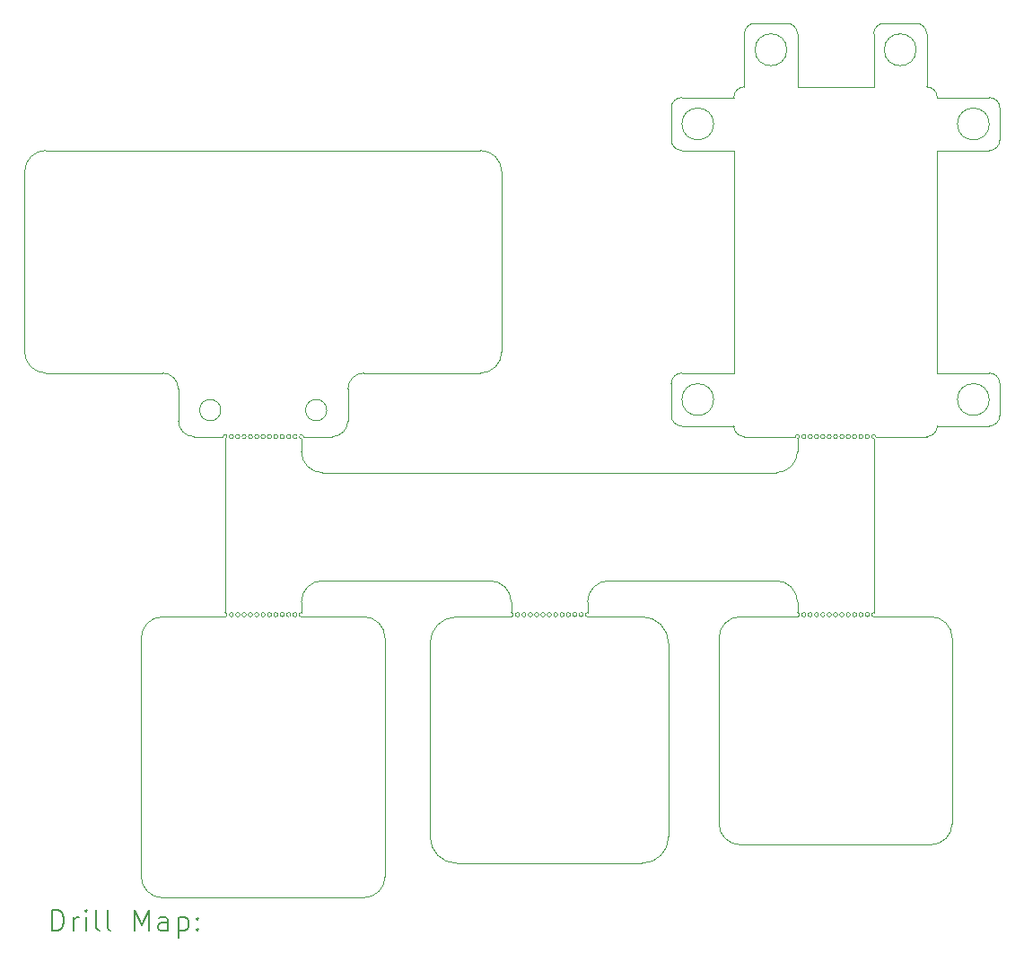
<source format=gbr>
%TF.GenerationSoftware,KiCad,Pcbnew,8.0.5*%
%TF.CreationDate,2024-12-31T14:00:20+11:00*%
%TF.ProjectId,Combined_Fabrication,436f6d62-696e-4656-945f-466162726963,rev?*%
%TF.SameCoordinates,Original*%
%TF.FileFunction,Drillmap*%
%TF.FilePolarity,Positive*%
%FSLAX45Y45*%
G04 Gerber Fmt 4.5, Leading zero omitted, Abs format (unit mm)*
G04 Created by KiCad (PCBNEW 8.0.5) date 2024-12-31 14:00:20*
%MOMM*%
%LPD*%
G01*
G04 APERTURE LIST*
%ADD10C,0.050000*%
%ADD11C,0.200000*%
G04 APERTURE END LIST*
D10*
X14940000Y-9860000D02*
X14940000Y-9960000D01*
X15660000Y-9860000D02*
X15660000Y-9960000D01*
X17640000Y-9860000D02*
X17640000Y-9960000D01*
X15860000Y-9660000D02*
X17440000Y-9660000D01*
X17640000Y-8440000D02*
X17640000Y-8320000D01*
X13160000Y-8640000D02*
X17440000Y-8640000D01*
X13160000Y-9660000D02*
X14740000Y-9660000D01*
X12960000Y-9960000D02*
X12960000Y-9860000D01*
X12960000Y-8320000D02*
X12960000Y-8440000D01*
X17440000Y-9660000D02*
G75*
G02*
X17640000Y-9860000I0J-200000D01*
G01*
X17640000Y-8440000D02*
G75*
G02*
X17440000Y-8640000I-200000J0D01*
G01*
X15660000Y-9860000D02*
G75*
G02*
X15860000Y-9660000I200000J0D01*
G01*
X14740000Y-9660000D02*
G75*
G02*
X14940000Y-9860000I0J-200000D01*
G01*
X12960000Y-9860000D02*
G75*
G02*
X13160000Y-9660000I200000J0D01*
G01*
X13160000Y-8640000D02*
G75*
G02*
X12960000Y-8440000I0J200000D01*
G01*
X12240000Y-9960000D02*
X12240000Y-8320000D01*
X18360000Y-9960000D02*
X18360000Y-8320000D01*
X18380000Y-8300000D02*
X18860000Y-8300000D01*
X17140000Y-8300000D02*
X17620000Y-8300000D01*
X17620000Y-8300000D02*
G75*
G02*
X17640000Y-8320000I20000J0D01*
G01*
X17840000Y-8300000D02*
G75*
G02*
X17800000Y-8300000I-20000J0D01*
G01*
X17800000Y-8300000D02*
G75*
G02*
X17840000Y-8300000I20000J0D01*
G01*
X18360000Y-8320000D02*
G75*
G02*
X18380000Y-8300000I0J20000D01*
G01*
X18140000Y-8300000D02*
G75*
G02*
X18100000Y-8300000I-20000J0D01*
G01*
X18100000Y-8300000D02*
G75*
G02*
X18140000Y-8300000I20000J0D01*
G01*
X17720000Y-8300000D02*
G75*
G02*
X17680000Y-8300000I-20000J0D01*
G01*
X17680000Y-8300000D02*
G75*
G02*
X17720000Y-8300000I20000J0D01*
G01*
X18260000Y-8300000D02*
G75*
G02*
X18220000Y-8300000I-20000J0D01*
G01*
X18220000Y-8300000D02*
G75*
G02*
X18260000Y-8300000I20000J0D01*
G01*
X17960000Y-8300000D02*
G75*
G02*
X17920000Y-8300000I-20000J0D01*
G01*
X17920000Y-8300000D02*
G75*
G02*
X17960000Y-8300000I20000J0D01*
G01*
X18320000Y-8300000D02*
G75*
G02*
X18280000Y-8300000I-20000J0D01*
G01*
X18280000Y-8300000D02*
G75*
G02*
X18320000Y-8300000I20000J0D01*
G01*
X17780000Y-8300000D02*
G75*
G02*
X17740000Y-8300000I-20000J0D01*
G01*
X17740000Y-8300000D02*
G75*
G02*
X17780000Y-8300000I20000J0D01*
G01*
X17900000Y-8300000D02*
G75*
G02*
X17860000Y-8300000I-20000J0D01*
G01*
X17860000Y-8300000D02*
G75*
G02*
X17900000Y-8300000I20000J0D01*
G01*
X18020000Y-8300000D02*
G75*
G02*
X17980000Y-8300000I-20000J0D01*
G01*
X17980000Y-8300000D02*
G75*
G02*
X18020000Y-8300000I20000J0D01*
G01*
X18080000Y-8300000D02*
G75*
G02*
X18040000Y-8300000I-20000J0D01*
G01*
X18040000Y-8300000D02*
G75*
G02*
X18080000Y-8300000I20000J0D01*
G01*
X18200000Y-8300000D02*
G75*
G02*
X18160000Y-8300000I-20000J0D01*
G01*
X18160000Y-8300000D02*
G75*
G02*
X18200000Y-8300000I20000J0D01*
G01*
X18360000Y-10000000D02*
X18900000Y-10000000D01*
X17100000Y-10000000D02*
X17640000Y-10000000D01*
X18360000Y-10000000D02*
G75*
G02*
X18360000Y-9960000I0J20000D01*
G01*
X18200000Y-9980000D02*
G75*
G02*
X18160000Y-9980000I-20000J0D01*
G01*
X18160000Y-9980000D02*
G75*
G02*
X18200000Y-9980000I20000J0D01*
G01*
X17640000Y-9960000D02*
G75*
G02*
X17640000Y-10000000I0J-20000D01*
G01*
X17900000Y-9980000D02*
G75*
G02*
X17860000Y-9980000I-20000J0D01*
G01*
X17860000Y-9980000D02*
G75*
G02*
X17900000Y-9980000I20000J0D01*
G01*
X18320000Y-9980000D02*
G75*
G02*
X18280000Y-9980000I-20000J0D01*
G01*
X18280000Y-9980000D02*
G75*
G02*
X18320000Y-9980000I20000J0D01*
G01*
X17780000Y-9980000D02*
G75*
G02*
X17740000Y-9980000I-20000J0D01*
G01*
X17740000Y-9980000D02*
G75*
G02*
X17780000Y-9980000I20000J0D01*
G01*
X18080000Y-9980000D02*
G75*
G02*
X18040000Y-9980000I-20000J0D01*
G01*
X18040000Y-9980000D02*
G75*
G02*
X18080000Y-9980000I20000J0D01*
G01*
X17720000Y-9980000D02*
G75*
G02*
X17680000Y-9980000I-20000J0D01*
G01*
X17680000Y-9980000D02*
G75*
G02*
X17720000Y-9980000I20000J0D01*
G01*
X18260000Y-9980000D02*
G75*
G02*
X18220000Y-9980000I-20000J0D01*
G01*
X18220000Y-9980000D02*
G75*
G02*
X18260000Y-9980000I20000J0D01*
G01*
X18140000Y-9980000D02*
G75*
G02*
X18100000Y-9980000I-20000J0D01*
G01*
X18100000Y-9980000D02*
G75*
G02*
X18140000Y-9980000I20000J0D01*
G01*
X18020000Y-9980000D02*
G75*
G02*
X17980000Y-9980000I-20000J0D01*
G01*
X17980000Y-9980000D02*
G75*
G02*
X18020000Y-9980000I20000J0D01*
G01*
X17960000Y-9980000D02*
G75*
G02*
X17920000Y-9980000I-20000J0D01*
G01*
X17920000Y-9980000D02*
G75*
G02*
X17960000Y-9980000I20000J0D01*
G01*
X17840000Y-9980000D02*
G75*
G02*
X17800000Y-9980000I-20000J0D01*
G01*
X17800000Y-9980000D02*
G75*
G02*
X17840000Y-9980000I20000J0D01*
G01*
X16175000Y-10000000D02*
X15660000Y-10000000D01*
X14425000Y-10000000D02*
X14940000Y-10000000D01*
X15660000Y-10000000D02*
G75*
G02*
X15660000Y-9960000I0J20000D01*
G01*
X15500000Y-9980000D02*
G75*
G02*
X15460000Y-9980000I-20000J0D01*
G01*
X15460000Y-9980000D02*
G75*
G02*
X15500000Y-9980000I20000J0D01*
G01*
X14940000Y-9960000D02*
G75*
G02*
X14940000Y-10000000I0J-20000D01*
G01*
X15200000Y-9980000D02*
G75*
G02*
X15160000Y-9980000I-20000J0D01*
G01*
X15160000Y-9980000D02*
G75*
G02*
X15200000Y-9980000I20000J0D01*
G01*
X15620000Y-9980000D02*
G75*
G02*
X15580000Y-9980000I-20000J0D01*
G01*
X15580000Y-9980000D02*
G75*
G02*
X15620000Y-9980000I20000J0D01*
G01*
X15080000Y-9980000D02*
G75*
G02*
X15040000Y-9980000I-20000J0D01*
G01*
X15040000Y-9980000D02*
G75*
G02*
X15080000Y-9980000I20000J0D01*
G01*
X15380000Y-9980000D02*
G75*
G02*
X15340000Y-9980000I-20000J0D01*
G01*
X15340000Y-9980000D02*
G75*
G02*
X15380000Y-9980000I20000J0D01*
G01*
X15020000Y-9980000D02*
G75*
G02*
X14980000Y-9980000I-20000J0D01*
G01*
X14980000Y-9980000D02*
G75*
G02*
X15020000Y-9980000I20000J0D01*
G01*
X15560000Y-9980000D02*
G75*
G02*
X15520000Y-9980000I-20000J0D01*
G01*
X15520000Y-9980000D02*
G75*
G02*
X15560000Y-9980000I20000J0D01*
G01*
X15440000Y-9980000D02*
G75*
G02*
X15400000Y-9980000I-20000J0D01*
G01*
X15400000Y-9980000D02*
G75*
G02*
X15440000Y-9980000I20000J0D01*
G01*
X15320000Y-9980000D02*
G75*
G02*
X15280000Y-9980000I-20000J0D01*
G01*
X15280000Y-9980000D02*
G75*
G02*
X15320000Y-9980000I20000J0D01*
G01*
X15260000Y-9980000D02*
G75*
G02*
X15220000Y-9980000I-20000J0D01*
G01*
X15220000Y-9980000D02*
G75*
G02*
X15260000Y-9980000I20000J0D01*
G01*
X15140000Y-9980000D02*
G75*
G02*
X15100000Y-9980000I-20000J0D01*
G01*
X15100000Y-9980000D02*
G75*
G02*
X15140000Y-9980000I20000J0D01*
G01*
X12960000Y-10000000D02*
X13550000Y-10000000D01*
X11650000Y-10000000D02*
X12240000Y-10000000D01*
X12960000Y-10000000D02*
G75*
G02*
X12960000Y-9960000I0J20000D01*
G01*
X12240000Y-9960000D02*
G75*
G02*
X12240000Y-10000000I0J-20000D01*
G01*
X12440000Y-9980000D02*
G75*
G02*
X12400000Y-9980000I-20000J0D01*
G01*
X12400000Y-9980000D02*
G75*
G02*
X12440000Y-9980000I20000J0D01*
G01*
X12920000Y-9980000D02*
G75*
G02*
X12880000Y-9980000I-20000J0D01*
G01*
X12880000Y-9980000D02*
G75*
G02*
X12920000Y-9980000I20000J0D01*
G01*
X12380000Y-9980000D02*
G75*
G02*
X12340000Y-9980000I-20000J0D01*
G01*
X12340000Y-9980000D02*
G75*
G02*
X12380000Y-9980000I20000J0D01*
G01*
X12680000Y-9980000D02*
G75*
G02*
X12640000Y-9980000I-20000J0D01*
G01*
X12640000Y-9980000D02*
G75*
G02*
X12680000Y-9980000I20000J0D01*
G01*
X12320000Y-9980000D02*
G75*
G02*
X12280000Y-9980000I-20000J0D01*
G01*
X12280000Y-9980000D02*
G75*
G02*
X12320000Y-9980000I20000J0D01*
G01*
X12620000Y-9980000D02*
G75*
G02*
X12580000Y-9980000I-20000J0D01*
G01*
X12580000Y-9980000D02*
G75*
G02*
X12620000Y-9980000I20000J0D01*
G01*
X12740000Y-9980000D02*
G75*
G02*
X12700000Y-9980000I-20000J0D01*
G01*
X12700000Y-9980000D02*
G75*
G02*
X12740000Y-9980000I20000J0D01*
G01*
X12800000Y-9980000D02*
G75*
G02*
X12760000Y-9980000I-20000J0D01*
G01*
X12760000Y-9980000D02*
G75*
G02*
X12800000Y-9980000I20000J0D01*
G01*
X12500000Y-9980000D02*
G75*
G02*
X12460000Y-9980000I-20000J0D01*
G01*
X12460000Y-9980000D02*
G75*
G02*
X12500000Y-9980000I20000J0D01*
G01*
X12860000Y-9980000D02*
G75*
G02*
X12820000Y-9980000I-20000J0D01*
G01*
X12820000Y-9980000D02*
G75*
G02*
X12860000Y-9980000I20000J0D01*
G01*
X12560000Y-9980000D02*
G75*
G02*
X12520000Y-9980000I-20000J0D01*
G01*
X12520000Y-9980000D02*
G75*
G02*
X12560000Y-9980000I20000J0D01*
G01*
X12980000Y-8300000D02*
X13250000Y-8300000D01*
X11950000Y-8300000D02*
X12220000Y-8300000D01*
X12960000Y-8320000D02*
G75*
G02*
X12980000Y-8300000I0J20000D01*
G01*
X12220000Y-8300000D02*
G75*
G02*
X12240000Y-8320000I20000J0D01*
G01*
X12680000Y-8300000D02*
G75*
G02*
X12640000Y-8300000I-20000J0D01*
G01*
X12640000Y-8300000D02*
G75*
G02*
X12680000Y-8300000I20000J0D01*
G01*
X12620000Y-8300000D02*
G75*
G02*
X12580000Y-8300000I-20000J0D01*
G01*
X12580000Y-8300000D02*
G75*
G02*
X12620000Y-8300000I20000J0D01*
G01*
X12560000Y-8300000D02*
G75*
G02*
X12520000Y-8300000I-20000J0D01*
G01*
X12520000Y-8300000D02*
G75*
G02*
X12560000Y-8300000I20000J0D01*
G01*
X12500000Y-8300000D02*
G75*
G02*
X12460000Y-8300000I-20000J0D01*
G01*
X12460000Y-8300000D02*
G75*
G02*
X12500000Y-8300000I20000J0D01*
G01*
X12440000Y-8300000D02*
G75*
G02*
X12400000Y-8300000I-20000J0D01*
G01*
X12400000Y-8300000D02*
G75*
G02*
X12440000Y-8300000I20000J0D01*
G01*
X12380000Y-8300000D02*
G75*
G02*
X12340000Y-8300000I-20000J0D01*
G01*
X12340000Y-8300000D02*
G75*
G02*
X12380000Y-8300000I20000J0D01*
G01*
X12320000Y-8300000D02*
G75*
G02*
X12280000Y-8300000I-20000J0D01*
G01*
X12280000Y-8300000D02*
G75*
G02*
X12320000Y-8300000I20000J0D01*
G01*
X16850000Y-7950000D02*
G75*
G02*
X16550000Y-7950000I-150000J0D01*
G01*
X16550000Y-7950000D02*
G75*
G02*
X16850000Y-7950000I150000J0D01*
G01*
X18360000Y-4500000D02*
X18360000Y-5000000D01*
X19550000Y-5500000D02*
G75*
G02*
X19450000Y-5600000I-100000J0D01*
G01*
X17140000Y-8300000D02*
G75*
G02*
X17040000Y-8200000I0J100000D01*
G01*
X17040000Y-7700000D02*
X17040000Y-5600000D01*
X19450000Y-5600000D02*
X18960000Y-5600000D01*
X18460000Y-4400000D02*
X18760000Y-4400000D01*
X19450000Y-5100000D02*
G75*
G02*
X19550000Y-5200000I0J-100000D01*
G01*
X19550000Y-8100000D02*
G75*
G02*
X19450000Y-8200000I-100000J0D01*
G01*
X18760000Y-4400000D02*
G75*
G02*
X18860000Y-4500000I0J-100000D01*
G01*
X16450000Y-8100000D02*
X16450000Y-7800000D01*
X18960000Y-8200000D02*
G75*
G02*
X18860000Y-8300000I-100000J0D01*
G01*
X18860000Y-4500000D02*
X18860000Y-5000000D01*
X19450000Y-8200000D02*
X18960000Y-8200000D01*
X19450000Y-5350000D02*
G75*
G02*
X19150000Y-5350000I-150000J0D01*
G01*
X19150000Y-5350000D02*
G75*
G02*
X19450000Y-5350000I150000J0D01*
G01*
X16450000Y-5500000D02*
X16450000Y-5200000D01*
X19450000Y-5100000D02*
X18960000Y-5100000D01*
X16550000Y-7700000D02*
X17040000Y-7700000D01*
X16550000Y-5600000D02*
X17040000Y-5600000D01*
X17040000Y-5100000D02*
G75*
G02*
X17140000Y-5000000I100000J0D01*
G01*
X16450000Y-7800000D02*
G75*
G02*
X16550000Y-7700000I100000J0D01*
G01*
X17240000Y-4400000D02*
X17540000Y-4400000D01*
X18960000Y-5600000D02*
X18960000Y-7700000D01*
X16450000Y-5200000D02*
G75*
G02*
X16550000Y-5100000I100000J0D01*
G01*
X17140000Y-4500000D02*
G75*
G02*
X17240000Y-4400000I100000J0D01*
G01*
X19450000Y-7700000D02*
X18960000Y-7700000D01*
X16550000Y-5600000D02*
G75*
G02*
X16450000Y-5500000I0J100000D01*
G01*
X18760000Y-4650000D02*
G75*
G02*
X18460000Y-4650000I-150000J0D01*
G01*
X18460000Y-4650000D02*
G75*
G02*
X18760000Y-4650000I150000J0D01*
G01*
X16550000Y-8200000D02*
X17040000Y-8200000D01*
X17540000Y-4650000D02*
G75*
G02*
X17240000Y-4650000I-150000J0D01*
G01*
X17240000Y-4650000D02*
G75*
G02*
X17540000Y-4650000I150000J0D01*
G01*
X17640000Y-4500000D02*
X17640000Y-5000000D01*
X17140000Y-4500000D02*
X17140000Y-5000000D01*
X19450000Y-7950000D02*
G75*
G02*
X19150000Y-7950000I-150000J0D01*
G01*
X19150000Y-7950000D02*
G75*
G02*
X19450000Y-7950000I150000J0D01*
G01*
X19450000Y-7700000D02*
G75*
G02*
X19550000Y-7800000I0J-100000D01*
G01*
X19550000Y-5200000D02*
X19550000Y-5500000D01*
X19550000Y-7800000D02*
X19550000Y-8100000D01*
X17540000Y-4400000D02*
G75*
G02*
X17640000Y-4500000I0J-100000D01*
G01*
X17640000Y-5000000D02*
X18360000Y-5000000D01*
X16550000Y-8200000D02*
G75*
G02*
X16450000Y-8100000I0J100000D01*
G01*
X16850000Y-5350000D02*
G75*
G02*
X16550000Y-5350000I-150000J0D01*
G01*
X16550000Y-5350000D02*
G75*
G02*
X16850000Y-5350000I150000J0D01*
G01*
X18360000Y-4500000D02*
G75*
G02*
X18460000Y-4400000I100000J0D01*
G01*
X18860000Y-5000000D02*
G75*
G02*
X18960000Y-5100000I0J-100000D01*
G01*
X16550000Y-5100000D02*
X17040000Y-5100000D01*
X18900000Y-10000000D02*
G75*
G02*
X19100000Y-10200000I0J-200000D01*
G01*
X16900000Y-11950000D02*
X16900000Y-10200000D01*
X19100000Y-11950000D02*
G75*
G02*
X18900000Y-12150000I-200000J0D01*
G01*
X16900000Y-10200000D02*
G75*
G02*
X17100000Y-10000000I200000J0D01*
G01*
X17100000Y-12150000D02*
G75*
G02*
X16900000Y-11950000I0J200000D01*
G01*
X18900000Y-12150000D02*
X17100000Y-12150000D01*
X19100000Y-10200000D02*
X19100000Y-11950000D01*
X11650000Y-12650000D02*
X13550000Y-12650000D01*
X11450000Y-10200000D02*
G75*
G02*
X11650000Y-10000000I200000J0D01*
G01*
X13550000Y-10000000D02*
G75*
G02*
X13750000Y-10200000I0J-200000D01*
G01*
X13750000Y-12450000D02*
X13750000Y-10200000D01*
X11450000Y-12450000D02*
X11450000Y-10200000D01*
X11650000Y-12650000D02*
G75*
G02*
X11450000Y-12450000I0J200000D01*
G01*
X13750000Y-12450000D02*
G75*
G02*
X13550000Y-12650000I-200000J0D01*
G01*
X10550000Y-7700000D02*
G75*
G02*
X10350000Y-7500000I0J200000D01*
G01*
X10550000Y-7700000D02*
X11650000Y-7700000D01*
X10350000Y-7500000D02*
X10350000Y-5800000D01*
X13550000Y-7700000D02*
X14650000Y-7700000D01*
X10550000Y-5600000D02*
X14650000Y-5600000D01*
X10350000Y-5800000D02*
G75*
G02*
X10550000Y-5600000I200000J0D01*
G01*
X11950000Y-8300000D02*
G75*
G02*
X11800000Y-8150000I0J150000D01*
G01*
X13400000Y-8150000D02*
G75*
G02*
X13250000Y-8300000I-150000J0D01*
G01*
X13200000Y-8050000D02*
G75*
G02*
X13000000Y-8050000I-100000J0D01*
G01*
X13000000Y-8050000D02*
G75*
G02*
X13200000Y-8050000I100000J0D01*
G01*
X14850000Y-5800000D02*
X14850000Y-7500000D01*
X11650000Y-7700000D02*
G75*
G02*
X11800000Y-7850000I0J-150000D01*
G01*
X14850000Y-7500000D02*
G75*
G02*
X14650000Y-7700000I-200000J0D01*
G01*
X11800000Y-7850000D02*
X11800000Y-8150000D01*
X14650000Y-5600000D02*
G75*
G02*
X14850000Y-5800000I0J-200000D01*
G01*
X13400000Y-7850000D02*
G75*
G02*
X13550000Y-7700000I150000J0D01*
G01*
X12200000Y-8050000D02*
G75*
G02*
X12000000Y-8050000I-100000J0D01*
G01*
X12000000Y-8050000D02*
G75*
G02*
X12200000Y-8050000I100000J0D01*
G01*
X13400000Y-8150000D02*
X13400000Y-7850000D01*
X14175000Y-12075000D02*
X14175000Y-10250000D01*
X16425000Y-10250000D02*
X16425000Y-12075000D01*
X16425000Y-12075000D02*
G75*
G02*
X16175000Y-12325000I-250000J0D01*
G01*
X16175000Y-12325000D02*
X14425000Y-12325000D01*
X14425000Y-12325000D02*
G75*
G02*
X14175000Y-12075000I0J250000D01*
G01*
X16175000Y-10000000D02*
G75*
G02*
X16425000Y-10250000I0J-250000D01*
G01*
X14175000Y-10250000D02*
G75*
G02*
X14425000Y-10000000I250000J0D01*
G01*
X12920000Y-8300000D02*
G75*
G02*
X12880000Y-8300000I-20000J0D01*
G01*
X12880000Y-8300000D02*
G75*
G02*
X12920000Y-8300000I20000J0D01*
G01*
X12740000Y-8300000D02*
G75*
G02*
X12700000Y-8300000I-20000J0D01*
G01*
X12700000Y-8300000D02*
G75*
G02*
X12740000Y-8300000I20000J0D01*
G01*
X12860000Y-8300000D02*
G75*
G02*
X12820000Y-8300000I-20000J0D01*
G01*
X12820000Y-8300000D02*
G75*
G02*
X12860000Y-8300000I20000J0D01*
G01*
X12800000Y-8300000D02*
G75*
G02*
X12760000Y-8300000I-20000J0D01*
G01*
X12760000Y-8300000D02*
G75*
G02*
X12800000Y-8300000I20000J0D01*
G01*
D11*
X10608277Y-12963984D02*
X10608277Y-12763984D01*
X10608277Y-12763984D02*
X10655896Y-12763984D01*
X10655896Y-12763984D02*
X10684467Y-12773508D01*
X10684467Y-12773508D02*
X10703515Y-12792555D01*
X10703515Y-12792555D02*
X10713039Y-12811603D01*
X10713039Y-12811603D02*
X10722562Y-12849698D01*
X10722562Y-12849698D02*
X10722562Y-12878270D01*
X10722562Y-12878270D02*
X10713039Y-12916365D01*
X10713039Y-12916365D02*
X10703515Y-12935412D01*
X10703515Y-12935412D02*
X10684467Y-12954460D01*
X10684467Y-12954460D02*
X10655896Y-12963984D01*
X10655896Y-12963984D02*
X10608277Y-12963984D01*
X10808277Y-12963984D02*
X10808277Y-12830651D01*
X10808277Y-12868746D02*
X10817801Y-12849698D01*
X10817801Y-12849698D02*
X10827324Y-12840174D01*
X10827324Y-12840174D02*
X10846372Y-12830651D01*
X10846372Y-12830651D02*
X10865420Y-12830651D01*
X10932086Y-12963984D02*
X10932086Y-12830651D01*
X10932086Y-12763984D02*
X10922562Y-12773508D01*
X10922562Y-12773508D02*
X10932086Y-12783032D01*
X10932086Y-12783032D02*
X10941610Y-12773508D01*
X10941610Y-12773508D02*
X10932086Y-12763984D01*
X10932086Y-12763984D02*
X10932086Y-12783032D01*
X11055896Y-12963984D02*
X11036848Y-12954460D01*
X11036848Y-12954460D02*
X11027324Y-12935412D01*
X11027324Y-12935412D02*
X11027324Y-12763984D01*
X11160658Y-12963984D02*
X11141610Y-12954460D01*
X11141610Y-12954460D02*
X11132086Y-12935412D01*
X11132086Y-12935412D02*
X11132086Y-12763984D01*
X11389229Y-12963984D02*
X11389229Y-12763984D01*
X11389229Y-12763984D02*
X11455896Y-12906841D01*
X11455896Y-12906841D02*
X11522562Y-12763984D01*
X11522562Y-12763984D02*
X11522562Y-12963984D01*
X11703515Y-12963984D02*
X11703515Y-12859222D01*
X11703515Y-12859222D02*
X11693991Y-12840174D01*
X11693991Y-12840174D02*
X11674943Y-12830651D01*
X11674943Y-12830651D02*
X11636848Y-12830651D01*
X11636848Y-12830651D02*
X11617800Y-12840174D01*
X11703515Y-12954460D02*
X11684467Y-12963984D01*
X11684467Y-12963984D02*
X11636848Y-12963984D01*
X11636848Y-12963984D02*
X11617800Y-12954460D01*
X11617800Y-12954460D02*
X11608277Y-12935412D01*
X11608277Y-12935412D02*
X11608277Y-12916365D01*
X11608277Y-12916365D02*
X11617800Y-12897317D01*
X11617800Y-12897317D02*
X11636848Y-12887793D01*
X11636848Y-12887793D02*
X11684467Y-12887793D01*
X11684467Y-12887793D02*
X11703515Y-12878270D01*
X11798753Y-12830651D02*
X11798753Y-13030651D01*
X11798753Y-12840174D02*
X11817800Y-12830651D01*
X11817800Y-12830651D02*
X11855896Y-12830651D01*
X11855896Y-12830651D02*
X11874943Y-12840174D01*
X11874943Y-12840174D02*
X11884467Y-12849698D01*
X11884467Y-12849698D02*
X11893991Y-12868746D01*
X11893991Y-12868746D02*
X11893991Y-12925889D01*
X11893991Y-12925889D02*
X11884467Y-12944936D01*
X11884467Y-12944936D02*
X11874943Y-12954460D01*
X11874943Y-12954460D02*
X11855896Y-12963984D01*
X11855896Y-12963984D02*
X11817800Y-12963984D01*
X11817800Y-12963984D02*
X11798753Y-12954460D01*
X11979705Y-12944936D02*
X11989229Y-12954460D01*
X11989229Y-12954460D02*
X11979705Y-12963984D01*
X11979705Y-12963984D02*
X11970181Y-12954460D01*
X11970181Y-12954460D02*
X11979705Y-12944936D01*
X11979705Y-12944936D02*
X11979705Y-12963984D01*
X11979705Y-12840174D02*
X11989229Y-12849698D01*
X11989229Y-12849698D02*
X11979705Y-12859222D01*
X11979705Y-12859222D02*
X11970181Y-12849698D01*
X11970181Y-12849698D02*
X11979705Y-12840174D01*
X11979705Y-12840174D02*
X11979705Y-12859222D01*
M02*

</source>
